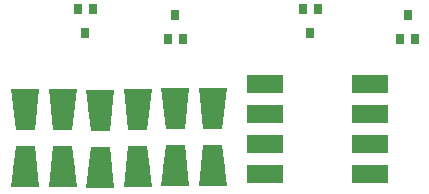
<source format=gtp>
G04 #@! TF.GenerationSoftware,KiCad,Pcbnew,(5.0.1)-3*
G04 #@! TF.CreationDate,2018-12-03T12:15:07+01:00*
G04 #@! TF.ProjectId,drawdio,6472617764696F2E6B696361645F7063,rev?*
G04 #@! TF.SameCoordinates,PX60a6ad0PY525bfc0*
G04 #@! TF.FileFunction,Paste,Top*
G04 #@! TF.FilePolarity,Positive*
%FSLAX46Y46*%
G04 Gerber Fmt 4.6, Leading zero omitted, Abs format (unit mm)*
G04 Created by KiCad (PCBNEW (5.0.1)-3) date 03/12/2018 12:15:07*
%MOMM*%
%LPD*%
G01*
G04 APERTURE LIST*
%ADD10R,3.100000X1.600000*%
%ADD11C,1.986130*%
%ADD12C,0.150000*%
%ADD13R,0.700000X0.900000*%
G04 APERTURE END LIST*
D10*
G04 #@! TO.C,U1*
X20320000Y-7620000D03*
X11430000Y0D03*
X20320000Y-5080000D03*
X11430000Y-2540000D03*
X20320000Y-2540000D03*
X11430000Y-5080000D03*
X20320000Y0D03*
X11430000Y-7620000D03*
G04 #@! TD*
D11*
G04 #@! TO.C,C2*
X3810000Y-2032000D03*
D12*
G36*
X2611120Y-281940D02*
X5008880Y-281940D01*
X4610100Y-3782060D01*
X3009900Y-3782060D01*
X2611120Y-281940D01*
X2611120Y-281940D01*
G37*
D11*
X3810000Y-6858000D03*
D12*
G36*
X5008880Y-8608060D02*
X2611120Y-8608060D01*
X3009900Y-5107940D01*
X4610100Y-5107940D01*
X5008880Y-8608060D01*
X5008880Y-8608060D01*
G37*
G04 #@! TD*
D11*
G04 #@! TO.C,C3*
X635000Y-2110740D03*
D12*
G36*
X-563880Y-360680D02*
X1833880Y-360680D01*
X1435100Y-3860800D01*
X-165100Y-3860800D01*
X-563880Y-360680D01*
X-563880Y-360680D01*
G37*
D11*
X635000Y-6936740D03*
D12*
G36*
X1833880Y-8686800D02*
X-563880Y-8686800D01*
X-165100Y-5186680D01*
X1435100Y-5186680D01*
X1833880Y-8686800D01*
X1833880Y-8686800D01*
G37*
G04 #@! TD*
D11*
G04 #@! TO.C,R3*
X-5715000Y-2110740D03*
D12*
G36*
X-6913880Y-360680D02*
X-4516120Y-360680D01*
X-4914900Y-3860800D01*
X-6515100Y-3860800D01*
X-6913880Y-360680D01*
X-6913880Y-360680D01*
G37*
D11*
X-5715000Y-6936740D03*
D12*
G36*
X-4516120Y-8686800D02*
X-6913880Y-8686800D01*
X-6515100Y-5186680D01*
X-4914900Y-5186680D01*
X-4516120Y-8686800D01*
X-4516120Y-8686800D01*
G37*
G04 #@! TD*
D11*
G04 #@! TO.C,R1*
X-2540000Y-7063740D03*
D12*
G36*
X-1341120Y-8813800D02*
X-3738880Y-8813800D01*
X-3340100Y-5313680D01*
X-1739900Y-5313680D01*
X-1341120Y-8813800D01*
X-1341120Y-8813800D01*
G37*
D11*
X-2540000Y-2237740D03*
D12*
G36*
X-3738880Y-487680D02*
X-1341120Y-487680D01*
X-1739900Y-3987800D01*
X-3340100Y-3987800D01*
X-3738880Y-487680D01*
X-3738880Y-487680D01*
G37*
G04 #@! TD*
D11*
G04 #@! TO.C,R2*
X6985000Y-6858000D03*
D12*
G36*
X8183880Y-8608060D02*
X5786120Y-8608060D01*
X6184900Y-5107940D01*
X7785100Y-5107940D01*
X8183880Y-8608060D01*
X8183880Y-8608060D01*
G37*
D11*
X6985000Y-2032000D03*
D12*
G36*
X5786120Y-281940D02*
X8183880Y-281940D01*
X7785100Y-3782060D01*
X6184900Y-3782060D01*
X5786120Y-281940D01*
X5786120Y-281940D01*
G37*
G04 #@! TD*
D11*
G04 #@! TO.C,R4*
X-8890000Y-6936740D03*
D12*
G36*
X-7691120Y-8686800D02*
X-10088880Y-8686800D01*
X-9690100Y-5186680D01*
X-8089900Y-5186680D01*
X-7691120Y-8686800D01*
X-7691120Y-8686800D01*
G37*
D11*
X-8890000Y-2110740D03*
D12*
G36*
X-10088880Y-360680D02*
X-7691120Y-360680D01*
X-8089900Y-3860800D01*
X-9690100Y-3860800D01*
X-10088880Y-360680D01*
X-10088880Y-360680D01*
G37*
G04 #@! TD*
D13*
G04 #@! TO.C,Q1*
X15875000Y6350000D03*
X14605000Y6350000D03*
X15240000Y4318000D03*
G04 #@! TD*
G04 #@! TO.C,Q2*
X23495000Y5842000D03*
X24130000Y3810000D03*
X22860000Y3810000D03*
G04 #@! TD*
G04 #@! TO.C,Q3*
X3175000Y3810000D03*
X4445000Y3810000D03*
X3810000Y5842000D03*
G04 #@! TD*
G04 #@! TO.C,Q4*
X-3810000Y4318000D03*
X-4445000Y6350000D03*
X-3175000Y6350000D03*
G04 #@! TD*
M02*

</source>
